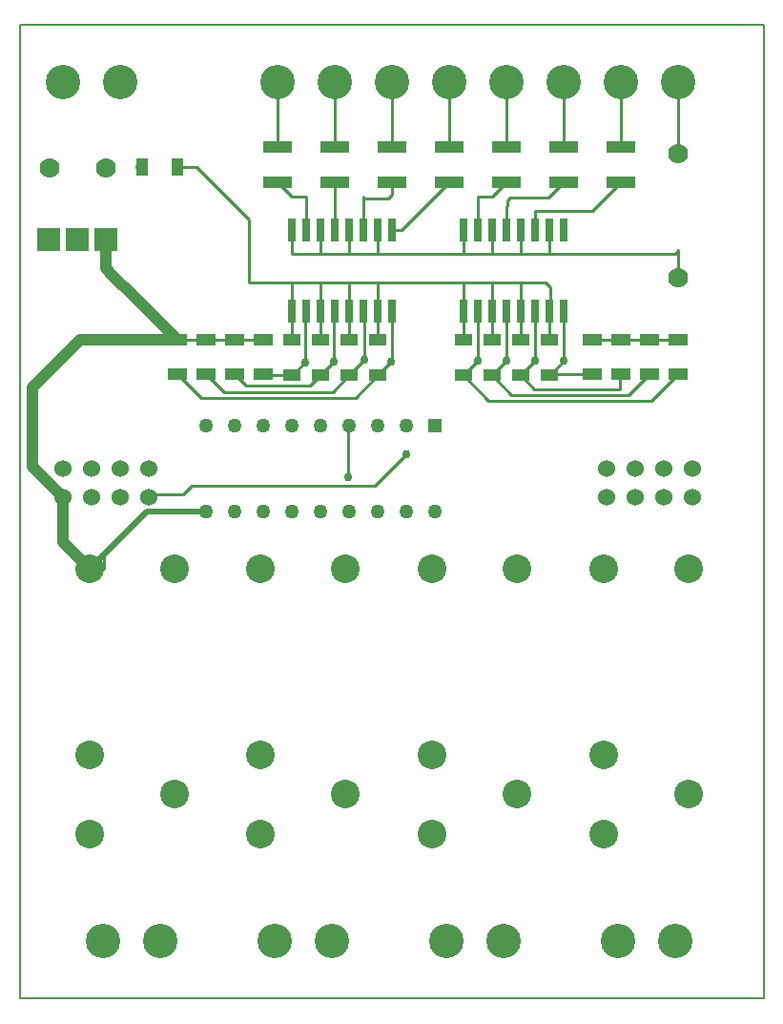
<source format=gbr>
G04 PROTEUS GERBER X2 FILE*
%TF.GenerationSoftware,Labcenter,Proteus,8.5-SP1-Build22252*%
%TF.CreationDate,2016-12-04T16:33:54+00:00*%
%TF.FileFunction,Copper,L1,Top*%
%TF.FilePolarity,Positive*%
%TF.Part,Single*%
%FSLAX45Y45*%
%MOMM*%
G01*
%TA.AperFunction,Conductor*%
%ADD10C,0.254000*%
%ADD11C,1.016000*%
%ADD12C,0.508000*%
%TA.AperFunction,ViaPad*%
%ADD13C,0.762000*%
%TA.AperFunction,ComponentPad*%
%ADD14C,3.048000*%
%ADD15C,2.540000*%
%ADD16R,1.270000X1.270000*%
%ADD17C,1.270000*%
%ADD18R,2.032000X2.032000*%
%ADD19C,1.778000*%
%TA.AperFunction,SMDPad,CuDef*%
%ADD70R,1.016000X1.524000*%
%ADD71R,0.635000X2.032000*%
%ADD20R,2.540000X1.016000*%
%ADD21R,1.524000X1.016000*%
%ADD22R,1.752600X1.041400*%
%TA.AperFunction,ComponentPad*%
%ADD23C,1.524000*%
%TA.AperFunction,Profile*%
%ADD24C,0.203200*%
D10*
X-10795000Y+10668000D02*
X-10795000Y+10883900D01*
X-10795000Y+10668000D02*
X-11049000Y+10668000D01*
X-10795000Y+10668000D02*
X-10541000Y+10668000D01*
X-11049000Y+10668000D02*
X-11049000Y+10883900D01*
X-12065000Y+10668000D02*
X-12065000Y+10782300D01*
X-12065000Y+10883900D01*
X-12573000Y+10668000D02*
X-12827000Y+10668000D01*
X-12827000Y+10782300D01*
X-12827000Y+10883900D01*
X-12319000Y+10668000D02*
X-12573000Y+10668000D01*
X-12573000Y+10883900D01*
X-12065000Y+10668000D02*
X-12319000Y+10668000D01*
X-12319000Y+10782300D01*
X-12319000Y+10883900D01*
X-10541000Y+10668000D02*
X-10541000Y+10782300D01*
X-10541000Y+10883900D01*
X-11303000Y+10668000D02*
X-12065000Y+10668000D01*
X-11049000Y+10668000D02*
X-11303000Y+10668000D01*
X-11303000Y+10782300D01*
X-11303000Y+10883900D01*
X-10541000Y+10668000D02*
X-9425509Y+10668000D01*
X-9393854Y+10699655D01*
X-9393854Y+10461146D01*
X-9398000Y+10457000D01*
X-12954000Y+12192000D02*
X-12954000Y+11617960D01*
X-12700000Y+10883900D02*
X-12700000Y+11176000D01*
X-12827000Y+11176000D01*
X-12954000Y+11303000D01*
X-12446000Y+12192000D02*
X-12460112Y+12104511D01*
X-12446000Y+12090399D01*
X-12446000Y+11617960D01*
X-12446000Y+10883900D02*
X-12446000Y+11303000D01*
X-11938000Y+12192000D02*
X-11884378Y+12138378D01*
X-11938000Y+12084756D01*
X-11938000Y+11617960D01*
X-12192000Y+10883900D02*
X-12180712Y+10961511D01*
X-12192000Y+10972799D01*
X-12192000Y+11176000D01*
X-12180711Y+11164711D01*
X-11969045Y+11164711D01*
X-11938000Y+11195756D01*
X-11938000Y+11303000D01*
X-11430000Y+12192000D02*
X-11342512Y+12155311D01*
X-11430000Y+12067823D01*
X-11430000Y+11617960D01*
X-11938000Y+10883900D02*
X-11849100Y+10883900D01*
X-11430000Y+11303000D01*
X-10922000Y+12192000D02*
X-10922000Y+11617960D01*
X-11176000Y+10883900D02*
X-11176000Y+10957422D01*
X-11176000Y+11176000D01*
X-11049000Y+11176000D01*
X-10922000Y+11303000D01*
X-10414000Y+12192000D02*
X-10385778Y+12104511D01*
X-10414000Y+12076289D01*
X-10414000Y+11617960D01*
X-10922000Y+10883900D02*
X-10922000Y+11085930D01*
X-10908809Y+11099121D01*
X-10908809Y+11144343D01*
X-10886197Y+11166955D01*
X-10550045Y+11166955D01*
X-10414000Y+11303000D01*
X-9906000Y+12192000D02*
X-9877778Y+12112978D01*
X-9906000Y+12084756D01*
X-9906000Y+11617960D01*
X-10668000Y+10883900D02*
X-10668000Y+10946306D01*
X-10668000Y+11049000D01*
X-10160000Y+11049000D01*
X-9906000Y+11303000D01*
X-9398000Y+12192000D02*
X-9398000Y+11557000D01*
X-14179852Y+11443489D02*
X-14157960Y+11438000D01*
X-9906000Y+9906000D02*
X-10160000Y+9906000D01*
X-9652000Y+9906000D02*
X-9906000Y+9906000D01*
X-9398000Y+9906000D02*
X-9652000Y+9906000D01*
X-13335000Y+9906000D02*
X-13081000Y+9906000D01*
X-13335000Y+9906000D02*
X-13589000Y+9906000D01*
X-13843000Y+9906000D01*
D11*
X-14097000Y+10160000D02*
X-14224000Y+10287000D01*
X-13843000Y+9906000D02*
X-14097000Y+10160000D01*
D10*
X-14617000Y+7874000D02*
X-14490000Y+7874000D01*
X-14490000Y+8001000D01*
D12*
X-14617000Y+7874000D02*
X-14490000Y+8001000D01*
X-14109000Y+8382000D01*
X-13589000Y+8382000D01*
D11*
X-14478000Y+10795000D02*
X-14478000Y+10541000D01*
X-14414500Y+10477500D01*
X-14224000Y+10287000D01*
X-13843000Y+9906000D02*
X-14706851Y+9906000D01*
X-15129347Y+9483504D01*
X-15129347Y+8779347D01*
X-14859000Y+8509000D01*
X-14617000Y+7874000D02*
X-14859000Y+8116000D01*
X-14859000Y+8509000D01*
D10*
X-13843000Y+11438000D02*
X-13841567Y+11472157D01*
X-12827000Y+10160000D02*
X-12827000Y+9906000D01*
X-13843000Y+11438000D02*
X-13668842Y+11438000D01*
X-13208000Y+10977158D01*
X-13208000Y+10414000D01*
X-12827000Y+10414000D01*
X-12827000Y+10160000D02*
X-12827000Y+10414000D01*
X-12573000Y+10414000D01*
X-12573000Y+10160000D02*
X-12573000Y+9906000D01*
X-12319000Y+10160000D02*
X-12319000Y+9906000D01*
X-12065000Y+10160000D02*
X-12065000Y+9906000D01*
X-12573000Y+10414000D02*
X-12573000Y+10287000D01*
X-12573000Y+10160000D02*
X-12573000Y+10287000D01*
X-10795000Y+10160000D02*
X-10795000Y+10414000D01*
X-11049000Y+10414000D02*
X-10857493Y+10414000D01*
X-10795000Y+10414000D02*
X-10857493Y+10414000D01*
X-11049000Y+10160000D02*
X-11049000Y+10414000D01*
X-11303000Y+10160000D02*
X-11303000Y+10414000D01*
X-12065000Y+10160000D02*
X-12049881Y+10236604D01*
X-12065000Y+10251723D01*
X-12065000Y+10414000D01*
X-11049000Y+10414000D02*
X-11303000Y+10414000D01*
X-12573000Y+10414000D02*
X-12319000Y+10414000D01*
X-12065000Y+10414000D02*
X-12319000Y+10414000D01*
X-12319000Y+10160000D02*
X-12319000Y+10414000D01*
X-11303000Y+10160000D02*
X-11303000Y+9906000D01*
X-11049000Y+10160000D02*
X-11049000Y+9906000D01*
X-10795000Y+10160000D02*
X-10795000Y+9906000D01*
X-10541000Y+10160000D02*
X-10541000Y+9906000D01*
X-11303000Y+10414000D02*
X-12065000Y+10414000D01*
X-10795000Y+10414000D02*
X-10572247Y+10414000D01*
X-10530921Y+10372674D01*
X-10541000Y+10160000D02*
X-10535960Y+10226524D01*
X-10530921Y+10231563D01*
X-10530921Y+10372674D01*
X-12827000Y+9591040D02*
X-13066040Y+9591040D01*
X-13081000Y+9606000D01*
X-12827000Y+9591040D02*
X-12710079Y+9707961D01*
X-12710079Y+10058400D01*
X-12700000Y+10160000D01*
X-12573000Y+9591040D02*
X-12663229Y+9500811D01*
X-13229811Y+9500811D01*
X-13335000Y+9606000D01*
X-12573000Y+9591040D02*
X-12454568Y+9709472D01*
X-12454568Y+10078862D01*
X-12442977Y+10090453D01*
X-12446000Y+10160000D01*
X-12319000Y+9591040D02*
X-12464666Y+9445374D01*
X-13428374Y+9445374D01*
X-13589000Y+9606000D01*
X-12319000Y+9591040D02*
X-12179269Y+9730771D01*
X-12179269Y+10147269D01*
X-12192000Y+10160000D01*
X-12065000Y+9591040D02*
X-12261426Y+9394614D01*
X-13631614Y+9394614D01*
X-13843000Y+9606000D01*
X-11946373Y+9715706D02*
X-11946373Y+9709667D01*
X-12065000Y+9591040D02*
X-11946373Y+9709667D01*
X-11938000Y+9718040D01*
X-11938000Y+10160000D01*
X-11303000Y+9591040D02*
X-11080980Y+9369020D01*
X-9634980Y+9369020D01*
X-9398000Y+9606000D01*
X-11303000Y+9591040D02*
X-11176000Y+9718040D01*
X-11176000Y+10160000D01*
X-11049000Y+9591040D02*
X-10877772Y+9419812D01*
X-9838188Y+9419812D01*
X-9652000Y+9606000D01*
X-11049000Y+9591040D02*
X-10922000Y+9718040D01*
X-10922000Y+10160000D01*
X-10795000Y+9591040D02*
X-10674533Y+9470573D01*
X-9911040Y+9470573D01*
X-9911040Y+9600960D01*
X-9906000Y+9606000D01*
X-10795000Y+9591040D02*
X-10668000Y+9718040D01*
X-10668000Y+10160000D01*
X-10526040Y+9606000D02*
X-10160000Y+9606000D01*
X-10526040Y+9606000D02*
X-10541000Y+9591040D01*
X-10414000Y+9718040D02*
X-10414000Y+9779000D01*
X-10414000Y+9718040D02*
X-10526040Y+9606000D01*
X-10414000Y+9779000D02*
X-10414000Y+10160000D01*
X-12327063Y+8686840D02*
X-12327063Y+9135937D01*
X-12319000Y+9144000D01*
X-11811000Y+8890000D02*
X-12092214Y+8608786D01*
X-13712975Y+8608786D01*
X-13788570Y+8533191D01*
X-14072809Y+8533191D01*
X-14097000Y+8509000D01*
D13*
X-14179852Y+11443489D03*
X-9398000Y+9906000D03*
X-13841567Y+11472157D03*
X-12710079Y+9707961D03*
X-12454568Y+9709472D03*
X-12179269Y+9730771D03*
X-11946373Y+9715706D03*
X-11176000Y+9718040D03*
X-10922000Y+9718040D03*
X-10668000Y+9718040D03*
X-10414000Y+9718040D03*
X-12327063Y+8686840D03*
X-11811000Y+8890000D03*
D14*
X-14859000Y+12192000D03*
X-14351000Y+12192000D03*
X-12954000Y+12192000D03*
X-12446000Y+12192000D03*
X-11938000Y+12192000D03*
X-11430000Y+12192000D03*
X-10922000Y+12192000D03*
X-10414000Y+12192000D03*
X-9906000Y+12192000D03*
X-9398000Y+12192000D03*
X-14502000Y+4572000D03*
X-13994000Y+4572000D03*
X-12978000Y+4572000D03*
X-12470000Y+4572000D03*
X-11454000Y+4572000D03*
X-10946000Y+4572000D03*
X-9930000Y+4572000D03*
X-9422000Y+4572000D03*
D15*
X-14617000Y+7874000D03*
X-13867000Y+7874000D03*
X-13867000Y+5874000D03*
X-14617000Y+6224000D03*
X-14617000Y+5524000D03*
X-13105000Y+7874000D03*
X-12355000Y+7874000D03*
X-12355000Y+5874000D03*
X-13105000Y+6224000D03*
X-13105000Y+5524000D03*
X-11581000Y+7874000D03*
X-10831000Y+7874000D03*
X-10831000Y+5874000D03*
X-11581000Y+6224000D03*
X-11581000Y+5524000D03*
X-10057000Y+7874000D03*
X-9307000Y+7874000D03*
X-9307000Y+5874000D03*
X-10057000Y+6224000D03*
X-10057000Y+5524000D03*
D16*
X-11557000Y+9144000D03*
D17*
X-11811000Y+9144000D03*
X-12065000Y+9144000D03*
X-12319000Y+9144000D03*
X-12573000Y+9144000D03*
X-12827000Y+9144000D03*
X-13081000Y+9144000D03*
X-13335000Y+9144000D03*
X-13589000Y+9144000D03*
X-13589000Y+8382000D03*
X-13335000Y+8382000D03*
X-13081000Y+8382000D03*
X-12827000Y+8382000D03*
X-12573000Y+8382000D03*
X-12319000Y+8382000D03*
X-12065000Y+8382000D03*
X-11811000Y+8382000D03*
X-11557000Y+8382000D03*
D18*
X-14986000Y+10795000D03*
X-14732000Y+10795000D03*
X-14478000Y+10795000D03*
D19*
X-14978000Y+11430000D03*
X-14478000Y+11430000D03*
D70*
X-14157960Y+11438000D03*
X-13843000Y+11438000D03*
D71*
X-11938000Y+10883900D03*
X-12065000Y+10883900D03*
X-12192000Y+10883900D03*
X-12319000Y+10883900D03*
X-12446000Y+10883900D03*
X-12573000Y+10883900D03*
X-12700000Y+10883900D03*
X-12827000Y+10883900D03*
X-12827000Y+10160000D03*
X-12700000Y+10160000D03*
X-12573000Y+10160000D03*
X-12446000Y+10160000D03*
X-12319000Y+10160000D03*
X-12192000Y+10160000D03*
X-12065000Y+10160000D03*
X-11938000Y+10160000D03*
X-10414000Y+10883900D03*
X-10541000Y+10883900D03*
X-10668000Y+10883900D03*
X-10795000Y+10883900D03*
X-10922000Y+10883900D03*
X-11049000Y+10883900D03*
X-11176000Y+10883900D03*
X-11303000Y+10883900D03*
X-11303000Y+10160000D03*
X-11176000Y+10160000D03*
X-11049000Y+10160000D03*
X-10922000Y+10160000D03*
X-10795000Y+10160000D03*
X-10668000Y+10160000D03*
X-10541000Y+10160000D03*
X-10414000Y+10160000D03*
D19*
X-9398000Y+10457000D03*
X-9398000Y+11557000D03*
D20*
X-12954000Y+11617960D03*
X-12954000Y+11303000D03*
X-12446000Y+11617960D03*
X-12446000Y+11303000D03*
X-11938000Y+11617960D03*
X-11938000Y+11303000D03*
X-11430000Y+11617960D03*
X-11430000Y+11303000D03*
X-10922000Y+11617960D03*
X-10922000Y+11303000D03*
X-10414000Y+11617960D03*
X-10414000Y+11303000D03*
X-9906000Y+11617960D03*
X-9906000Y+11303000D03*
D21*
X-10541000Y+9591040D03*
X-10541000Y+9906000D03*
X-10795000Y+9591040D03*
X-10795000Y+9906000D03*
X-11049000Y+9591040D03*
X-11049000Y+9906000D03*
X-11303000Y+9591040D03*
X-11303000Y+9906000D03*
X-12319000Y+9591040D03*
X-12319000Y+9906000D03*
X-12573000Y+9591040D03*
X-12573000Y+9906000D03*
X-12827000Y+9591040D03*
X-12827000Y+9906000D03*
D22*
X-13081000Y+9906000D03*
X-13081000Y+9606000D03*
X-13335000Y+9906000D03*
X-13335000Y+9606000D03*
X-13589000Y+9906000D03*
X-13589000Y+9606000D03*
X-13843000Y+9906000D03*
X-13843000Y+9606000D03*
X-9398000Y+9906000D03*
X-9398000Y+9606000D03*
X-9652000Y+9906000D03*
X-9652000Y+9606000D03*
X-9906000Y+9906000D03*
X-9906000Y+9606000D03*
X-10160000Y+9906000D03*
X-10160000Y+9606000D03*
D21*
X-12065000Y+9591040D03*
X-12065000Y+9906000D03*
D23*
X-14859000Y+8509000D03*
X-14859000Y+8763000D03*
X-14605000Y+8509000D03*
X-14605000Y+8763000D03*
X-14351000Y+8509000D03*
X-14351000Y+8763000D03*
X-14097000Y+8509000D03*
X-14097000Y+8763000D03*
X-10033000Y+8509000D03*
X-10033000Y+8763000D03*
X-9779000Y+8509000D03*
X-9779000Y+8763000D03*
X-9525000Y+8509000D03*
X-9525000Y+8763000D03*
X-9271000Y+8509000D03*
X-9271000Y+8763000D03*
D24*
X-15240000Y+4064000D02*
X-8636000Y+4064000D01*
X-8636000Y+12700000D01*
X-15240000Y+12700000D01*
X-15240000Y+4064000D01*
M02*

</source>
